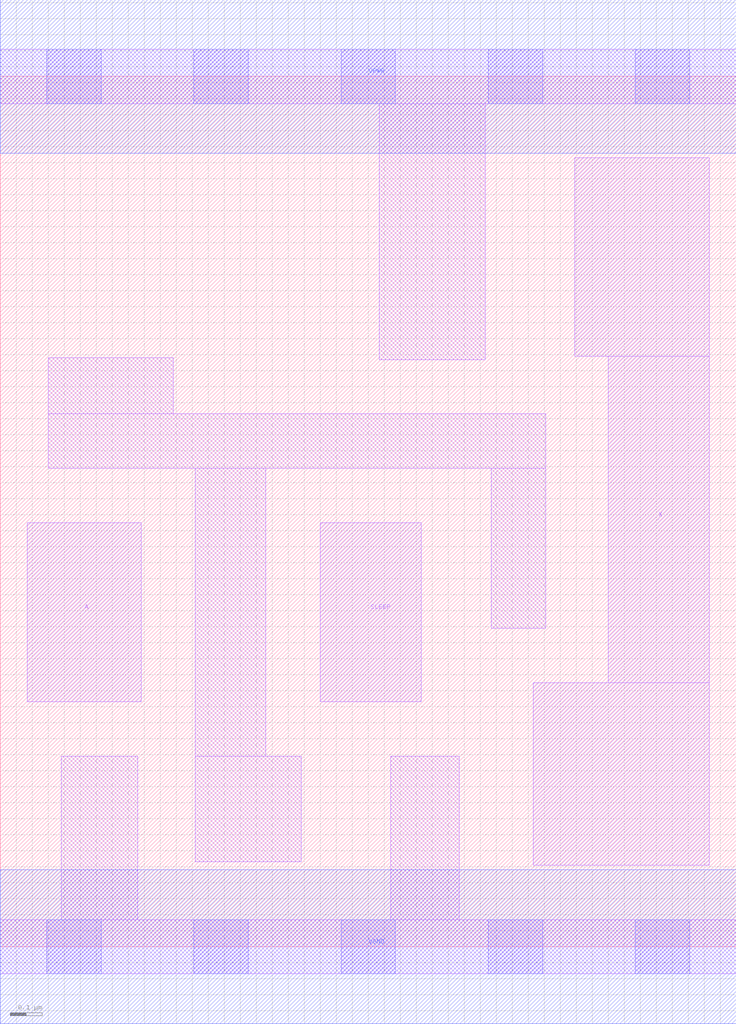
<source format=lef>
# Copyright 2020 The SkyWater PDK Authors
#
# Licensed under the Apache License, Version 2.0 (the "License");
# you may not use this file except in compliance with the License.
# You may obtain a copy of the License at
#
#     https://www.apache.org/licenses/LICENSE-2.0
#
# Unless required by applicable law or agreed to in writing, software
# distributed under the License is distributed on an "AS IS" BASIS,
# WITHOUT WARRANTIES OR CONDITIONS OF ANY KIND, either express or implied.
# See the License for the specific language governing permissions and
# limitations under the License.
#
# SPDX-License-Identifier: Apache-2.0

VERSION 5.7 ;
  NOWIREEXTENSIONATPIN ON ;
  DIVIDERCHAR "/" ;
  BUSBITCHARS "[]" ;
UNITS
  DATABASE MICRONS 200 ;
END UNITS
PROPERTYDEFINITIONS
  MACRO maskLayoutSubType STRING ;
  MACRO prCellType STRING ;
  MACRO originalViewName STRING ;
END PROPERTYDEFINITIONS
MACRO sky130_fd_sc_hdll__inputiso1p_1
  CLASS CORE ;
  FOREIGN sky130_fd_sc_hdll__inputiso1p_1 ;
  ORIGIN  0.000000  0.000000 ;
  SIZE  2.300000 BY  2.720000 ;
  SYMMETRY X Y R90 ;
  SITE unithd ;
  PIN A
    ANTENNAGATEAREA  0.138600 ;
    DIRECTION INPUT ;
    USE SIGNAL ;
    PORT
      LAYER li1 ;
        RECT 0.085000 0.765000 0.440000 1.325000 ;
    END
  END A
  PIN SLEEP
    ANTENNAGATEAREA  0.138600 ;
    DIRECTION INPUT ;
    USE SIGNAL ;
    PORT
      LAYER li1 ;
        RECT 1.000000 0.765000 1.315000 1.325000 ;
    END
  END SLEEP
  PIN X
    ANTENNADIFFAREA  0.650500 ;
    DIRECTION OUTPUT ;
    USE SIGNAL ;
    PORT
      LAYER li1 ;
        RECT 1.665000 0.255000 2.215000 0.825000 ;
        RECT 1.795000 1.845000 2.215000 2.465000 ;
        RECT 1.900000 0.825000 2.215000 1.845000 ;
    END
  END X
  PIN VGND
    DIRECTION INOUT ;
    USE GROUND ;
    PORT
      LAYER met1 ;
        RECT 0.000000 -0.240000 2.300000 0.240000 ;
    END
  END VGND
  PIN VPWR
    DIRECTION INOUT ;
    USE POWER ;
    PORT
      LAYER met1 ;
        RECT 0.000000 2.480000 2.300000 2.960000 ;
    END
  END VPWR
  OBS
    LAYER li1 ;
      RECT 0.000000 -0.085000 2.300000 0.085000 ;
      RECT 0.000000  2.635000 2.300000 2.805000 ;
      RECT 0.150000  1.495000 1.705000 1.665000 ;
      RECT 0.150000  1.665000 0.540000 1.840000 ;
      RECT 0.190000  0.085000 0.430000 0.595000 ;
      RECT 0.610000  0.265000 0.940000 0.595000 ;
      RECT 0.610000  0.595000 0.830000 1.495000 ;
      RECT 1.185000  1.835000 1.515000 2.635000 ;
      RECT 1.220000  0.085000 1.435000 0.595000 ;
      RECT 1.535000  0.995000 1.705000 1.495000 ;
    LAYER mcon ;
      RECT 0.145000 -0.085000 0.315000 0.085000 ;
      RECT 0.145000  2.635000 0.315000 2.805000 ;
      RECT 0.605000 -0.085000 0.775000 0.085000 ;
      RECT 0.605000  2.635000 0.775000 2.805000 ;
      RECT 1.065000 -0.085000 1.235000 0.085000 ;
      RECT 1.065000  2.635000 1.235000 2.805000 ;
      RECT 1.525000 -0.085000 1.695000 0.085000 ;
      RECT 1.525000  2.635000 1.695000 2.805000 ;
      RECT 1.985000 -0.085000 2.155000 0.085000 ;
      RECT 1.985000  2.635000 2.155000 2.805000 ;
  END
  PROPERTY maskLayoutSubType "abstract" ;
  PROPERTY prCellType "standard" ;
  PROPERTY originalViewName "layout" ;
END sky130_fd_sc_hdll__inputiso1p_1
END LIBRARY

</source>
